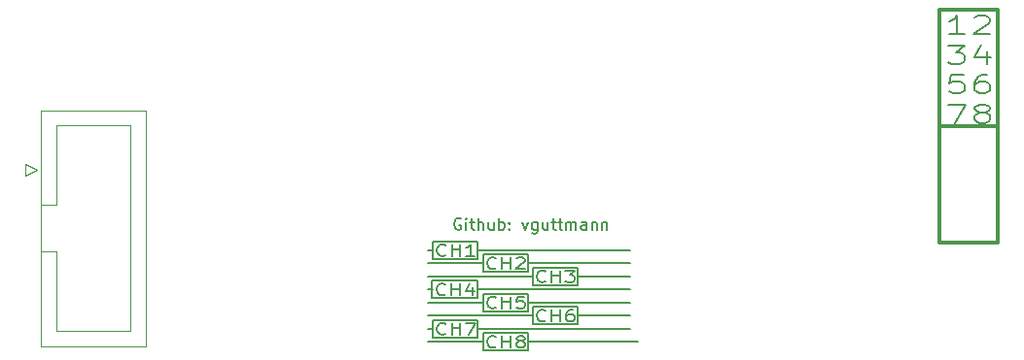
<source format=gbr>
%TF.GenerationSoftware,KiCad,Pcbnew,8.0.2-8.0.2-0~ubuntu22.04.1*%
%TF.CreationDate,2024-05-24T18:45:04+02:00*%
%TF.ProjectId,flipper-debug-devboard,666c6970-7065-4722-9d64-656275672d64,rev?*%
%TF.SameCoordinates,Original*%
%TF.FileFunction,Legend,Top*%
%TF.FilePolarity,Positive*%
%FSLAX46Y46*%
G04 Gerber Fmt 4.6, Leading zero omitted, Abs format (unit mm)*
G04 Created by KiCad (PCBNEW 8.0.2-8.0.2-0~ubuntu22.04.1) date 2024-05-24 18:45:04*
%MOMM*%
%LPD*%
G01*
G04 APERTURE LIST*
%ADD10C,0.155000*%
%ADD11C,0.300000*%
%ADD12C,0.200000*%
%ADD13C,0.120000*%
G04 APERTURE END LIST*
D10*
X106908877Y-128711178D02*
X106813639Y-128663559D01*
X106813639Y-128663559D02*
X106670782Y-128663559D01*
X106670782Y-128663559D02*
X106527925Y-128711178D01*
X106527925Y-128711178D02*
X106432687Y-128806416D01*
X106432687Y-128806416D02*
X106385068Y-128901654D01*
X106385068Y-128901654D02*
X106337449Y-129092130D01*
X106337449Y-129092130D02*
X106337449Y-129234987D01*
X106337449Y-129234987D02*
X106385068Y-129425463D01*
X106385068Y-129425463D02*
X106432687Y-129520701D01*
X106432687Y-129520701D02*
X106527925Y-129615940D01*
X106527925Y-129615940D02*
X106670782Y-129663559D01*
X106670782Y-129663559D02*
X106766020Y-129663559D01*
X106766020Y-129663559D02*
X106908877Y-129615940D01*
X106908877Y-129615940D02*
X106956496Y-129568320D01*
X106956496Y-129568320D02*
X106956496Y-129234987D01*
X106956496Y-129234987D02*
X106766020Y-129234987D01*
X107385068Y-129663559D02*
X107385068Y-128996892D01*
X107385068Y-128663559D02*
X107337449Y-128711178D01*
X107337449Y-128711178D02*
X107385068Y-128758797D01*
X107385068Y-128758797D02*
X107432687Y-128711178D01*
X107432687Y-128711178D02*
X107385068Y-128663559D01*
X107385068Y-128663559D02*
X107385068Y-128758797D01*
X107718401Y-128996892D02*
X108099353Y-128996892D01*
X107861258Y-128663559D02*
X107861258Y-129520701D01*
X107861258Y-129520701D02*
X107908877Y-129615940D01*
X107908877Y-129615940D02*
X108004115Y-129663559D01*
X108004115Y-129663559D02*
X108099353Y-129663559D01*
X108432687Y-129663559D02*
X108432687Y-128663559D01*
X108861258Y-129663559D02*
X108861258Y-129139749D01*
X108861258Y-129139749D02*
X108813639Y-129044511D01*
X108813639Y-129044511D02*
X108718401Y-128996892D01*
X108718401Y-128996892D02*
X108575544Y-128996892D01*
X108575544Y-128996892D02*
X108480306Y-129044511D01*
X108480306Y-129044511D02*
X108432687Y-129092130D01*
X109766020Y-128996892D02*
X109766020Y-129663559D01*
X109337449Y-128996892D02*
X109337449Y-129520701D01*
X109337449Y-129520701D02*
X109385068Y-129615940D01*
X109385068Y-129615940D02*
X109480306Y-129663559D01*
X109480306Y-129663559D02*
X109623163Y-129663559D01*
X109623163Y-129663559D02*
X109718401Y-129615940D01*
X109718401Y-129615940D02*
X109766020Y-129568320D01*
X110242211Y-129663559D02*
X110242211Y-128663559D01*
X110242211Y-129044511D02*
X110337449Y-128996892D01*
X110337449Y-128996892D02*
X110527925Y-128996892D01*
X110527925Y-128996892D02*
X110623163Y-129044511D01*
X110623163Y-129044511D02*
X110670782Y-129092130D01*
X110670782Y-129092130D02*
X110718401Y-129187368D01*
X110718401Y-129187368D02*
X110718401Y-129473082D01*
X110718401Y-129473082D02*
X110670782Y-129568320D01*
X110670782Y-129568320D02*
X110623163Y-129615940D01*
X110623163Y-129615940D02*
X110527925Y-129663559D01*
X110527925Y-129663559D02*
X110337449Y-129663559D01*
X110337449Y-129663559D02*
X110242211Y-129615940D01*
X111146973Y-129568320D02*
X111194592Y-129615940D01*
X111194592Y-129615940D02*
X111146973Y-129663559D01*
X111146973Y-129663559D02*
X111099354Y-129615940D01*
X111099354Y-129615940D02*
X111146973Y-129568320D01*
X111146973Y-129568320D02*
X111146973Y-129663559D01*
X111146973Y-129044511D02*
X111194592Y-129092130D01*
X111194592Y-129092130D02*
X111146973Y-129139749D01*
X111146973Y-129139749D02*
X111099354Y-129092130D01*
X111099354Y-129092130D02*
X111146973Y-129044511D01*
X111146973Y-129044511D02*
X111146973Y-129139749D01*
X112289830Y-128996892D02*
X112527925Y-129663559D01*
X112527925Y-129663559D02*
X112766020Y-128996892D01*
X113575544Y-128996892D02*
X113575544Y-129806416D01*
X113575544Y-129806416D02*
X113527925Y-129901654D01*
X113527925Y-129901654D02*
X113480306Y-129949273D01*
X113480306Y-129949273D02*
X113385068Y-129996892D01*
X113385068Y-129996892D02*
X113242211Y-129996892D01*
X113242211Y-129996892D02*
X113146973Y-129949273D01*
X113575544Y-129615940D02*
X113480306Y-129663559D01*
X113480306Y-129663559D02*
X113289830Y-129663559D01*
X113289830Y-129663559D02*
X113194592Y-129615940D01*
X113194592Y-129615940D02*
X113146973Y-129568320D01*
X113146973Y-129568320D02*
X113099354Y-129473082D01*
X113099354Y-129473082D02*
X113099354Y-129187368D01*
X113099354Y-129187368D02*
X113146973Y-129092130D01*
X113146973Y-129092130D02*
X113194592Y-129044511D01*
X113194592Y-129044511D02*
X113289830Y-128996892D01*
X113289830Y-128996892D02*
X113480306Y-128996892D01*
X113480306Y-128996892D02*
X113575544Y-129044511D01*
X114480306Y-128996892D02*
X114480306Y-129663559D01*
X114051735Y-128996892D02*
X114051735Y-129520701D01*
X114051735Y-129520701D02*
X114099354Y-129615940D01*
X114099354Y-129615940D02*
X114194592Y-129663559D01*
X114194592Y-129663559D02*
X114337449Y-129663559D01*
X114337449Y-129663559D02*
X114432687Y-129615940D01*
X114432687Y-129615940D02*
X114480306Y-129568320D01*
X114813640Y-128996892D02*
X115194592Y-128996892D01*
X114956497Y-128663559D02*
X114956497Y-129520701D01*
X114956497Y-129520701D02*
X115004116Y-129615940D01*
X115004116Y-129615940D02*
X115099354Y-129663559D01*
X115099354Y-129663559D02*
X115194592Y-129663559D01*
X115385069Y-128996892D02*
X115766021Y-128996892D01*
X115527926Y-128663559D02*
X115527926Y-129520701D01*
X115527926Y-129520701D02*
X115575545Y-129615940D01*
X115575545Y-129615940D02*
X115670783Y-129663559D01*
X115670783Y-129663559D02*
X115766021Y-129663559D01*
X116099355Y-129663559D02*
X116099355Y-128996892D01*
X116099355Y-129092130D02*
X116146974Y-129044511D01*
X116146974Y-129044511D02*
X116242212Y-128996892D01*
X116242212Y-128996892D02*
X116385069Y-128996892D01*
X116385069Y-128996892D02*
X116480307Y-129044511D01*
X116480307Y-129044511D02*
X116527926Y-129139749D01*
X116527926Y-129139749D02*
X116527926Y-129663559D01*
X116527926Y-129139749D02*
X116575545Y-129044511D01*
X116575545Y-129044511D02*
X116670783Y-128996892D01*
X116670783Y-128996892D02*
X116813640Y-128996892D01*
X116813640Y-128996892D02*
X116908879Y-129044511D01*
X116908879Y-129044511D02*
X116956498Y-129139749D01*
X116956498Y-129139749D02*
X116956498Y-129663559D01*
X117861259Y-129663559D02*
X117861259Y-129139749D01*
X117861259Y-129139749D02*
X117813640Y-129044511D01*
X117813640Y-129044511D02*
X117718402Y-128996892D01*
X117718402Y-128996892D02*
X117527926Y-128996892D01*
X117527926Y-128996892D02*
X117432688Y-129044511D01*
X117861259Y-129615940D02*
X117766021Y-129663559D01*
X117766021Y-129663559D02*
X117527926Y-129663559D01*
X117527926Y-129663559D02*
X117432688Y-129615940D01*
X117432688Y-129615940D02*
X117385069Y-129520701D01*
X117385069Y-129520701D02*
X117385069Y-129425463D01*
X117385069Y-129425463D02*
X117432688Y-129330225D01*
X117432688Y-129330225D02*
X117527926Y-129282606D01*
X117527926Y-129282606D02*
X117766021Y-129282606D01*
X117766021Y-129282606D02*
X117861259Y-129234987D01*
X118337450Y-128996892D02*
X118337450Y-129663559D01*
X118337450Y-129092130D02*
X118385069Y-129044511D01*
X118385069Y-129044511D02*
X118480307Y-128996892D01*
X118480307Y-128996892D02*
X118623164Y-128996892D01*
X118623164Y-128996892D02*
X118718402Y-129044511D01*
X118718402Y-129044511D02*
X118766021Y-129139749D01*
X118766021Y-129139749D02*
X118766021Y-129663559D01*
X119242212Y-128996892D02*
X119242212Y-129663559D01*
X119242212Y-129092130D02*
X119289831Y-129044511D01*
X119289831Y-129044511D02*
X119385069Y-128996892D01*
X119385069Y-128996892D02*
X119527926Y-128996892D01*
X119527926Y-128996892D02*
X119623164Y-129044511D01*
X119623164Y-129044511D02*
X119670783Y-129139749D01*
X119670783Y-129139749D02*
X119670783Y-129663559D01*
X104425750Y-134112000D02*
X108362750Y-134112000D01*
X108362750Y-135636000D01*
X104425750Y-135636000D01*
X104425750Y-134112000D01*
X108839000Y-135255000D02*
X112776000Y-135255000D01*
X112776000Y-136779000D01*
X108839000Y-136779000D01*
X108839000Y-135255000D01*
X108489750Y-138303000D02*
X121666000Y-138303000D01*
X113157000Y-133731000D02*
X104013000Y-133731000D01*
X108839000Y-131826000D02*
X112776000Y-131826000D01*
X112776000Y-133350000D01*
X108839000Y-133350000D01*
X108839000Y-131826000D01*
X121666000Y-136017000D02*
X112776000Y-136017000D01*
X104457500Y-131445000D02*
X104013000Y-131445000D01*
X113157000Y-136398000D02*
X117094000Y-136398000D01*
X117094000Y-137922000D01*
X113157000Y-137922000D01*
X113157000Y-136398000D01*
X113157000Y-132969000D02*
X117094000Y-132969000D01*
X117094000Y-134493000D01*
X113157000Y-134493000D01*
X113157000Y-132969000D01*
X108839000Y-136017000D02*
X104013000Y-136017000D01*
D11*
X148590000Y-120650000D02*
X153670000Y-120650000D01*
X153670000Y-130810000D01*
X148590000Y-130810000D01*
X148590000Y-120650000D01*
D10*
X122301000Y-139446000D02*
X112776000Y-139446000D01*
X113157000Y-137160000D02*
X104013000Y-137160000D01*
X108839000Y-139446000D02*
X104013000Y-139446000D01*
X108362750Y-134874000D02*
X121666000Y-134874000D01*
D11*
X148590000Y-110490000D02*
X153670000Y-110490000D01*
X153670000Y-120650000D01*
X148590000Y-120650000D01*
X148590000Y-110490000D01*
D10*
X121666000Y-132588000D02*
X112776000Y-132588000D01*
X104457500Y-137541000D02*
X108394500Y-137541000D01*
X108394500Y-139065000D01*
X104457500Y-139065000D01*
X104457500Y-137541000D01*
X104457500Y-130683000D02*
X108394500Y-130683000D01*
X108394500Y-132207000D01*
X104457500Y-132207000D01*
X104457500Y-130683000D01*
X108839000Y-138684000D02*
X112776000Y-138684000D01*
X112776000Y-140208000D01*
X108839000Y-140208000D01*
X108839000Y-138684000D01*
X108394500Y-131445000D02*
X121666000Y-131445000D01*
X104457500Y-134874000D02*
X104013000Y-134874000D01*
X121666000Y-137160000D02*
X117094000Y-137160000D01*
X108839000Y-132588000D02*
X104013000Y-132588000D01*
X121666000Y-133731000D02*
X117094000Y-133731000D01*
X104457500Y-138303000D02*
X104013000Y-138303000D01*
D12*
X114300482Y-137566980D02*
X114240958Y-137614600D01*
X114240958Y-137614600D02*
X114062387Y-137662219D01*
X114062387Y-137662219D02*
X113943339Y-137662219D01*
X113943339Y-137662219D02*
X113764768Y-137614600D01*
X113764768Y-137614600D02*
X113645720Y-137519361D01*
X113645720Y-137519361D02*
X113586197Y-137424123D01*
X113586197Y-137424123D02*
X113526673Y-137233647D01*
X113526673Y-137233647D02*
X113526673Y-137090790D01*
X113526673Y-137090790D02*
X113586197Y-136900314D01*
X113586197Y-136900314D02*
X113645720Y-136805076D01*
X113645720Y-136805076D02*
X113764768Y-136709838D01*
X113764768Y-136709838D02*
X113943339Y-136662219D01*
X113943339Y-136662219D02*
X114062387Y-136662219D01*
X114062387Y-136662219D02*
X114240958Y-136709838D01*
X114240958Y-136709838D02*
X114300482Y-136757457D01*
X114836197Y-137662219D02*
X114836197Y-136662219D01*
X114836197Y-137138409D02*
X115550482Y-137138409D01*
X115550482Y-137662219D02*
X115550482Y-136662219D01*
X116681435Y-136662219D02*
X116443340Y-136662219D01*
X116443340Y-136662219D02*
X116324292Y-136709838D01*
X116324292Y-136709838D02*
X116264768Y-136757457D01*
X116264768Y-136757457D02*
X116145721Y-136900314D01*
X116145721Y-136900314D02*
X116086197Y-137090790D01*
X116086197Y-137090790D02*
X116086197Y-137471742D01*
X116086197Y-137471742D02*
X116145721Y-137566980D01*
X116145721Y-137566980D02*
X116205244Y-137614600D01*
X116205244Y-137614600D02*
X116324292Y-137662219D01*
X116324292Y-137662219D02*
X116562387Y-137662219D01*
X116562387Y-137662219D02*
X116681435Y-137614600D01*
X116681435Y-137614600D02*
X116740959Y-137566980D01*
X116740959Y-137566980D02*
X116800482Y-137471742D01*
X116800482Y-137471742D02*
X116800482Y-137233647D01*
X116800482Y-137233647D02*
X116740959Y-137138409D01*
X116740959Y-137138409D02*
X116681435Y-137090790D01*
X116681435Y-137090790D02*
X116562387Y-137043171D01*
X116562387Y-137043171D02*
X116324292Y-137043171D01*
X116324292Y-137043171D02*
X116205244Y-137090790D01*
X116205244Y-137090790D02*
X116145721Y-137138409D01*
X116145721Y-137138409D02*
X116086197Y-137233647D01*
X109982482Y-136423980D02*
X109922958Y-136471600D01*
X109922958Y-136471600D02*
X109744387Y-136519219D01*
X109744387Y-136519219D02*
X109625339Y-136519219D01*
X109625339Y-136519219D02*
X109446768Y-136471600D01*
X109446768Y-136471600D02*
X109327720Y-136376361D01*
X109327720Y-136376361D02*
X109268197Y-136281123D01*
X109268197Y-136281123D02*
X109208673Y-136090647D01*
X109208673Y-136090647D02*
X109208673Y-135947790D01*
X109208673Y-135947790D02*
X109268197Y-135757314D01*
X109268197Y-135757314D02*
X109327720Y-135662076D01*
X109327720Y-135662076D02*
X109446768Y-135566838D01*
X109446768Y-135566838D02*
X109625339Y-135519219D01*
X109625339Y-135519219D02*
X109744387Y-135519219D01*
X109744387Y-135519219D02*
X109922958Y-135566838D01*
X109922958Y-135566838D02*
X109982482Y-135614457D01*
X110518197Y-136519219D02*
X110518197Y-135519219D01*
X110518197Y-135995409D02*
X111232482Y-135995409D01*
X111232482Y-136519219D02*
X111232482Y-135519219D01*
X112422959Y-135519219D02*
X111827721Y-135519219D01*
X111827721Y-135519219D02*
X111768197Y-135995409D01*
X111768197Y-135995409D02*
X111827721Y-135947790D01*
X111827721Y-135947790D02*
X111946768Y-135900171D01*
X111946768Y-135900171D02*
X112244387Y-135900171D01*
X112244387Y-135900171D02*
X112363435Y-135947790D01*
X112363435Y-135947790D02*
X112422959Y-135995409D01*
X112422959Y-135995409D02*
X112482482Y-136090647D01*
X112482482Y-136090647D02*
X112482482Y-136328742D01*
X112482482Y-136328742D02*
X112422959Y-136423980D01*
X112422959Y-136423980D02*
X112363435Y-136471600D01*
X112363435Y-136471600D02*
X112244387Y-136519219D01*
X112244387Y-136519219D02*
X111946768Y-136519219D01*
X111946768Y-136519219D02*
X111827721Y-136471600D01*
X111827721Y-136471600D02*
X111768197Y-136423980D01*
X105600982Y-131851980D02*
X105541458Y-131899600D01*
X105541458Y-131899600D02*
X105362887Y-131947219D01*
X105362887Y-131947219D02*
X105243839Y-131947219D01*
X105243839Y-131947219D02*
X105065268Y-131899600D01*
X105065268Y-131899600D02*
X104946220Y-131804361D01*
X104946220Y-131804361D02*
X104886697Y-131709123D01*
X104886697Y-131709123D02*
X104827173Y-131518647D01*
X104827173Y-131518647D02*
X104827173Y-131375790D01*
X104827173Y-131375790D02*
X104886697Y-131185314D01*
X104886697Y-131185314D02*
X104946220Y-131090076D01*
X104946220Y-131090076D02*
X105065268Y-130994838D01*
X105065268Y-130994838D02*
X105243839Y-130947219D01*
X105243839Y-130947219D02*
X105362887Y-130947219D01*
X105362887Y-130947219D02*
X105541458Y-130994838D01*
X105541458Y-130994838D02*
X105600982Y-131042457D01*
X106136697Y-131947219D02*
X106136697Y-130947219D01*
X106136697Y-131423409D02*
X106850982Y-131423409D01*
X106850982Y-131947219D02*
X106850982Y-130947219D01*
X108100982Y-131947219D02*
X107386697Y-131947219D01*
X107743840Y-131947219D02*
X107743840Y-130947219D01*
X107743840Y-130947219D02*
X107624792Y-131090076D01*
X107624792Y-131090076D02*
X107505744Y-131185314D01*
X107505744Y-131185314D02*
X107386697Y-131232933D01*
X105569232Y-135280980D02*
X105509708Y-135328600D01*
X105509708Y-135328600D02*
X105331137Y-135376219D01*
X105331137Y-135376219D02*
X105212089Y-135376219D01*
X105212089Y-135376219D02*
X105033518Y-135328600D01*
X105033518Y-135328600D02*
X104914470Y-135233361D01*
X104914470Y-135233361D02*
X104854947Y-135138123D01*
X104854947Y-135138123D02*
X104795423Y-134947647D01*
X104795423Y-134947647D02*
X104795423Y-134804790D01*
X104795423Y-134804790D02*
X104854947Y-134614314D01*
X104854947Y-134614314D02*
X104914470Y-134519076D01*
X104914470Y-134519076D02*
X105033518Y-134423838D01*
X105033518Y-134423838D02*
X105212089Y-134376219D01*
X105212089Y-134376219D02*
X105331137Y-134376219D01*
X105331137Y-134376219D02*
X105509708Y-134423838D01*
X105509708Y-134423838D02*
X105569232Y-134471457D01*
X106104947Y-135376219D02*
X106104947Y-134376219D01*
X106104947Y-134852409D02*
X106819232Y-134852409D01*
X106819232Y-135376219D02*
X106819232Y-134376219D01*
X107950185Y-134709552D02*
X107950185Y-135376219D01*
X107652566Y-134328600D02*
X107354947Y-135042885D01*
X107354947Y-135042885D02*
X108128756Y-135042885D01*
X109982482Y-132994980D02*
X109922958Y-133042600D01*
X109922958Y-133042600D02*
X109744387Y-133090219D01*
X109744387Y-133090219D02*
X109625339Y-133090219D01*
X109625339Y-133090219D02*
X109446768Y-133042600D01*
X109446768Y-133042600D02*
X109327720Y-132947361D01*
X109327720Y-132947361D02*
X109268197Y-132852123D01*
X109268197Y-132852123D02*
X109208673Y-132661647D01*
X109208673Y-132661647D02*
X109208673Y-132518790D01*
X109208673Y-132518790D02*
X109268197Y-132328314D01*
X109268197Y-132328314D02*
X109327720Y-132233076D01*
X109327720Y-132233076D02*
X109446768Y-132137838D01*
X109446768Y-132137838D02*
X109625339Y-132090219D01*
X109625339Y-132090219D02*
X109744387Y-132090219D01*
X109744387Y-132090219D02*
X109922958Y-132137838D01*
X109922958Y-132137838D02*
X109982482Y-132185457D01*
X110518197Y-133090219D02*
X110518197Y-132090219D01*
X110518197Y-132566409D02*
X111232482Y-132566409D01*
X111232482Y-133090219D02*
X111232482Y-132090219D01*
X111768197Y-132185457D02*
X111827721Y-132137838D01*
X111827721Y-132137838D02*
X111946768Y-132090219D01*
X111946768Y-132090219D02*
X112244387Y-132090219D01*
X112244387Y-132090219D02*
X112363435Y-132137838D01*
X112363435Y-132137838D02*
X112422959Y-132185457D01*
X112422959Y-132185457D02*
X112482482Y-132280695D01*
X112482482Y-132280695D02*
X112482482Y-132375933D01*
X112482482Y-132375933D02*
X112422959Y-132518790D01*
X112422959Y-132518790D02*
X111708673Y-133090219D01*
X111708673Y-133090219D02*
X112482482Y-133090219D01*
X105600982Y-138709980D02*
X105541458Y-138757600D01*
X105541458Y-138757600D02*
X105362887Y-138805219D01*
X105362887Y-138805219D02*
X105243839Y-138805219D01*
X105243839Y-138805219D02*
X105065268Y-138757600D01*
X105065268Y-138757600D02*
X104946220Y-138662361D01*
X104946220Y-138662361D02*
X104886697Y-138567123D01*
X104886697Y-138567123D02*
X104827173Y-138376647D01*
X104827173Y-138376647D02*
X104827173Y-138233790D01*
X104827173Y-138233790D02*
X104886697Y-138043314D01*
X104886697Y-138043314D02*
X104946220Y-137948076D01*
X104946220Y-137948076D02*
X105065268Y-137852838D01*
X105065268Y-137852838D02*
X105243839Y-137805219D01*
X105243839Y-137805219D02*
X105362887Y-137805219D01*
X105362887Y-137805219D02*
X105541458Y-137852838D01*
X105541458Y-137852838D02*
X105600982Y-137900457D01*
X106136697Y-138805219D02*
X106136697Y-137805219D01*
X106136697Y-138281409D02*
X106850982Y-138281409D01*
X106850982Y-138805219D02*
X106850982Y-137805219D01*
X107327173Y-137805219D02*
X108160506Y-137805219D01*
X108160506Y-137805219D02*
X107624792Y-138805219D01*
D10*
X150784353Y-112608400D02*
X149470068Y-112608400D01*
X150127211Y-112608400D02*
X150127211Y-111008400D01*
X150127211Y-111008400D02*
X149908163Y-111236971D01*
X149908163Y-111236971D02*
X149689115Y-111389352D01*
X149689115Y-111389352D02*
X149470068Y-111465543D01*
X151660544Y-111160781D02*
X151770068Y-111084590D01*
X151770068Y-111084590D02*
X151989115Y-111008400D01*
X151989115Y-111008400D02*
X152536734Y-111008400D01*
X152536734Y-111008400D02*
X152755782Y-111084590D01*
X152755782Y-111084590D02*
X152865306Y-111160781D01*
X152865306Y-111160781D02*
X152974829Y-111313162D01*
X152974829Y-111313162D02*
X152974829Y-111465543D01*
X152974829Y-111465543D02*
X152865306Y-111694114D01*
X152865306Y-111694114D02*
X151551020Y-112608400D01*
X151551020Y-112608400D02*
X152974829Y-112608400D01*
X149360544Y-113584310D02*
X150784353Y-113584310D01*
X150784353Y-113584310D02*
X150017687Y-114193834D01*
X150017687Y-114193834D02*
X150346258Y-114193834D01*
X150346258Y-114193834D02*
X150565306Y-114270024D01*
X150565306Y-114270024D02*
X150674830Y-114346215D01*
X150674830Y-114346215D02*
X150784353Y-114498596D01*
X150784353Y-114498596D02*
X150784353Y-114879548D01*
X150784353Y-114879548D02*
X150674830Y-115031929D01*
X150674830Y-115031929D02*
X150565306Y-115108120D01*
X150565306Y-115108120D02*
X150346258Y-115184310D01*
X150346258Y-115184310D02*
X149689115Y-115184310D01*
X149689115Y-115184310D02*
X149470068Y-115108120D01*
X149470068Y-115108120D02*
X149360544Y-115031929D01*
X152755782Y-114117643D02*
X152755782Y-115184310D01*
X152208163Y-113508120D02*
X151660544Y-114650977D01*
X151660544Y-114650977D02*
X153084353Y-114650977D01*
X150674830Y-116160220D02*
X149579592Y-116160220D01*
X149579592Y-116160220D02*
X149470068Y-116922125D01*
X149470068Y-116922125D02*
X149579592Y-116845934D01*
X149579592Y-116845934D02*
X149798639Y-116769744D01*
X149798639Y-116769744D02*
X150346258Y-116769744D01*
X150346258Y-116769744D02*
X150565306Y-116845934D01*
X150565306Y-116845934D02*
X150674830Y-116922125D01*
X150674830Y-116922125D02*
X150784353Y-117074506D01*
X150784353Y-117074506D02*
X150784353Y-117455458D01*
X150784353Y-117455458D02*
X150674830Y-117607839D01*
X150674830Y-117607839D02*
X150565306Y-117684030D01*
X150565306Y-117684030D02*
X150346258Y-117760220D01*
X150346258Y-117760220D02*
X149798639Y-117760220D01*
X149798639Y-117760220D02*
X149579592Y-117684030D01*
X149579592Y-117684030D02*
X149470068Y-117607839D01*
X152755782Y-116160220D02*
X152317687Y-116160220D01*
X152317687Y-116160220D02*
X152098639Y-116236410D01*
X152098639Y-116236410D02*
X151989115Y-116312601D01*
X151989115Y-116312601D02*
X151770068Y-116541172D01*
X151770068Y-116541172D02*
X151660544Y-116845934D01*
X151660544Y-116845934D02*
X151660544Y-117455458D01*
X151660544Y-117455458D02*
X151770068Y-117607839D01*
X151770068Y-117607839D02*
X151879591Y-117684030D01*
X151879591Y-117684030D02*
X152098639Y-117760220D01*
X152098639Y-117760220D02*
X152536734Y-117760220D01*
X152536734Y-117760220D02*
X152755782Y-117684030D01*
X152755782Y-117684030D02*
X152865306Y-117607839D01*
X152865306Y-117607839D02*
X152974829Y-117455458D01*
X152974829Y-117455458D02*
X152974829Y-117074506D01*
X152974829Y-117074506D02*
X152865306Y-116922125D01*
X152865306Y-116922125D02*
X152755782Y-116845934D01*
X152755782Y-116845934D02*
X152536734Y-116769744D01*
X152536734Y-116769744D02*
X152098639Y-116769744D01*
X152098639Y-116769744D02*
X151879591Y-116845934D01*
X151879591Y-116845934D02*
X151770068Y-116922125D01*
X151770068Y-116922125D02*
X151660544Y-117074506D01*
X149360544Y-118736130D02*
X150893877Y-118736130D01*
X150893877Y-118736130D02*
X149908163Y-120336130D01*
X152098639Y-119421844D02*
X151879591Y-119345654D01*
X151879591Y-119345654D02*
X151770068Y-119269463D01*
X151770068Y-119269463D02*
X151660544Y-119117082D01*
X151660544Y-119117082D02*
X151660544Y-119040892D01*
X151660544Y-119040892D02*
X151770068Y-118888511D01*
X151770068Y-118888511D02*
X151879591Y-118812320D01*
X151879591Y-118812320D02*
X152098639Y-118736130D01*
X152098639Y-118736130D02*
X152536734Y-118736130D01*
X152536734Y-118736130D02*
X152755782Y-118812320D01*
X152755782Y-118812320D02*
X152865306Y-118888511D01*
X152865306Y-118888511D02*
X152974829Y-119040892D01*
X152974829Y-119040892D02*
X152974829Y-119117082D01*
X152974829Y-119117082D02*
X152865306Y-119269463D01*
X152865306Y-119269463D02*
X152755782Y-119345654D01*
X152755782Y-119345654D02*
X152536734Y-119421844D01*
X152536734Y-119421844D02*
X152098639Y-119421844D01*
X152098639Y-119421844D02*
X151879591Y-119498035D01*
X151879591Y-119498035D02*
X151770068Y-119574225D01*
X151770068Y-119574225D02*
X151660544Y-119726606D01*
X151660544Y-119726606D02*
X151660544Y-120031368D01*
X151660544Y-120031368D02*
X151770068Y-120183749D01*
X151770068Y-120183749D02*
X151879591Y-120259940D01*
X151879591Y-120259940D02*
X152098639Y-120336130D01*
X152098639Y-120336130D02*
X152536734Y-120336130D01*
X152536734Y-120336130D02*
X152755782Y-120259940D01*
X152755782Y-120259940D02*
X152865306Y-120183749D01*
X152865306Y-120183749D02*
X152974829Y-120031368D01*
X152974829Y-120031368D02*
X152974829Y-119726606D01*
X152974829Y-119726606D02*
X152865306Y-119574225D01*
X152865306Y-119574225D02*
X152755782Y-119498035D01*
X152755782Y-119498035D02*
X152536734Y-119421844D01*
D12*
X114300482Y-134137980D02*
X114240958Y-134185600D01*
X114240958Y-134185600D02*
X114062387Y-134233219D01*
X114062387Y-134233219D02*
X113943339Y-134233219D01*
X113943339Y-134233219D02*
X113764768Y-134185600D01*
X113764768Y-134185600D02*
X113645720Y-134090361D01*
X113645720Y-134090361D02*
X113586197Y-133995123D01*
X113586197Y-133995123D02*
X113526673Y-133804647D01*
X113526673Y-133804647D02*
X113526673Y-133661790D01*
X113526673Y-133661790D02*
X113586197Y-133471314D01*
X113586197Y-133471314D02*
X113645720Y-133376076D01*
X113645720Y-133376076D02*
X113764768Y-133280838D01*
X113764768Y-133280838D02*
X113943339Y-133233219D01*
X113943339Y-133233219D02*
X114062387Y-133233219D01*
X114062387Y-133233219D02*
X114240958Y-133280838D01*
X114240958Y-133280838D02*
X114300482Y-133328457D01*
X114836197Y-134233219D02*
X114836197Y-133233219D01*
X114836197Y-133709409D02*
X115550482Y-133709409D01*
X115550482Y-134233219D02*
X115550482Y-133233219D01*
X116026673Y-133233219D02*
X116800482Y-133233219D01*
X116800482Y-133233219D02*
X116383816Y-133614171D01*
X116383816Y-133614171D02*
X116562387Y-133614171D01*
X116562387Y-133614171D02*
X116681435Y-133661790D01*
X116681435Y-133661790D02*
X116740959Y-133709409D01*
X116740959Y-133709409D02*
X116800482Y-133804647D01*
X116800482Y-133804647D02*
X116800482Y-134042742D01*
X116800482Y-134042742D02*
X116740959Y-134137980D01*
X116740959Y-134137980D02*
X116681435Y-134185600D01*
X116681435Y-134185600D02*
X116562387Y-134233219D01*
X116562387Y-134233219D02*
X116205244Y-134233219D01*
X116205244Y-134233219D02*
X116086197Y-134185600D01*
X116086197Y-134185600D02*
X116026673Y-134137980D01*
X109982482Y-139852980D02*
X109922958Y-139900600D01*
X109922958Y-139900600D02*
X109744387Y-139948219D01*
X109744387Y-139948219D02*
X109625339Y-139948219D01*
X109625339Y-139948219D02*
X109446768Y-139900600D01*
X109446768Y-139900600D02*
X109327720Y-139805361D01*
X109327720Y-139805361D02*
X109268197Y-139710123D01*
X109268197Y-139710123D02*
X109208673Y-139519647D01*
X109208673Y-139519647D02*
X109208673Y-139376790D01*
X109208673Y-139376790D02*
X109268197Y-139186314D01*
X109268197Y-139186314D02*
X109327720Y-139091076D01*
X109327720Y-139091076D02*
X109446768Y-138995838D01*
X109446768Y-138995838D02*
X109625339Y-138948219D01*
X109625339Y-138948219D02*
X109744387Y-138948219D01*
X109744387Y-138948219D02*
X109922958Y-138995838D01*
X109922958Y-138995838D02*
X109982482Y-139043457D01*
X110518197Y-139948219D02*
X110518197Y-138948219D01*
X110518197Y-139424409D02*
X111232482Y-139424409D01*
X111232482Y-139948219D02*
X111232482Y-138948219D01*
X112006292Y-139376790D02*
X111887244Y-139329171D01*
X111887244Y-139329171D02*
X111827721Y-139281552D01*
X111827721Y-139281552D02*
X111768197Y-139186314D01*
X111768197Y-139186314D02*
X111768197Y-139138695D01*
X111768197Y-139138695D02*
X111827721Y-139043457D01*
X111827721Y-139043457D02*
X111887244Y-138995838D01*
X111887244Y-138995838D02*
X112006292Y-138948219D01*
X112006292Y-138948219D02*
X112244387Y-138948219D01*
X112244387Y-138948219D02*
X112363435Y-138995838D01*
X112363435Y-138995838D02*
X112422959Y-139043457D01*
X112422959Y-139043457D02*
X112482482Y-139138695D01*
X112482482Y-139138695D02*
X112482482Y-139186314D01*
X112482482Y-139186314D02*
X112422959Y-139281552D01*
X112422959Y-139281552D02*
X112363435Y-139329171D01*
X112363435Y-139329171D02*
X112244387Y-139376790D01*
X112244387Y-139376790D02*
X112006292Y-139376790D01*
X112006292Y-139376790D02*
X111887244Y-139424409D01*
X111887244Y-139424409D02*
X111827721Y-139472028D01*
X111827721Y-139472028D02*
X111768197Y-139567266D01*
X111768197Y-139567266D02*
X111768197Y-139757742D01*
X111768197Y-139757742D02*
X111827721Y-139852980D01*
X111827721Y-139852980D02*
X111887244Y-139900600D01*
X111887244Y-139900600D02*
X112006292Y-139948219D01*
X112006292Y-139948219D02*
X112244387Y-139948219D01*
X112244387Y-139948219D02*
X112363435Y-139900600D01*
X112363435Y-139900600D02*
X112422959Y-139852980D01*
X112422959Y-139852980D02*
X112482482Y-139757742D01*
X112482482Y-139757742D02*
X112482482Y-139567266D01*
X112482482Y-139567266D02*
X112422959Y-139472028D01*
X112422959Y-139472028D02*
X112363435Y-139424409D01*
X112363435Y-139424409D02*
X112244387Y-139376790D01*
D13*
%TO.C,REF1*%
X68980000Y-123960000D02*
X68980000Y-124960000D01*
X68980000Y-124960000D02*
X69980000Y-124460000D01*
X69980000Y-124460000D02*
X68980000Y-123960000D01*
X70370000Y-119250000D02*
X79490000Y-119250000D01*
X70370000Y-127490000D02*
X71680000Y-127490000D01*
X70370000Y-139830000D02*
X70370000Y-119250000D01*
X71680000Y-120550000D02*
X78180000Y-120550000D01*
X71680000Y-127490000D02*
X71680000Y-120550000D01*
X71680000Y-131590000D02*
X70370000Y-131590000D01*
X71680000Y-131590000D02*
X71680000Y-131590000D01*
X71680000Y-138530000D02*
X71680000Y-131590000D01*
X78180000Y-120550000D02*
X78180000Y-138530000D01*
X78180000Y-138530000D02*
X71680000Y-138530000D01*
X79490000Y-119250000D02*
X79490000Y-139830000D01*
X79490000Y-139830000D02*
X70370000Y-139830000D01*
%TD*%
M02*

</source>
